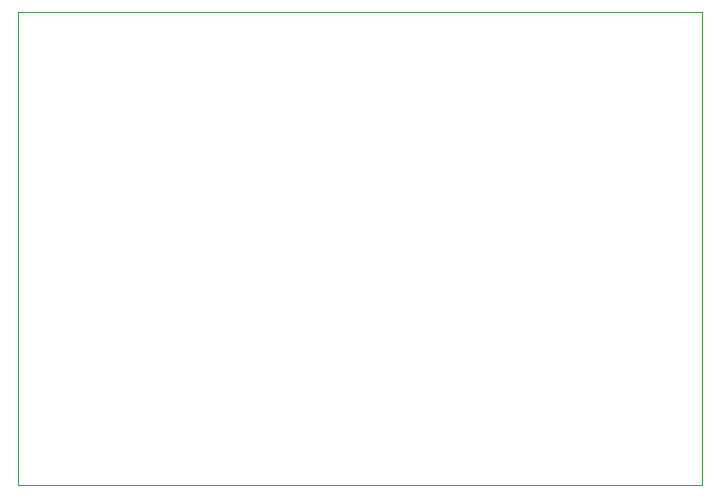
<source format=gm1>
G04 #@! TF.GenerationSoftware,KiCad,Pcbnew,5.1.12-84ad8e8a86~92~ubuntu20.04.1*
G04 #@! TF.CreationDate,2022-01-19T10:21:35+02:00*
G04 #@! TF.ProjectId,opm-inline,6f706d2d-696e-46c6-996e-652e6b696361,rev?*
G04 #@! TF.SameCoordinates,Original*
G04 #@! TF.FileFunction,Profile,NP*
%FSLAX46Y46*%
G04 Gerber Fmt 4.6, Leading zero omitted, Abs format (unit mm)*
G04 Created by KiCad (PCBNEW 5.1.12-84ad8e8a86~92~ubuntu20.04.1) date 2022-01-19 10:21:35*
%MOMM*%
%LPD*%
G01*
G04 APERTURE LIST*
G04 #@! TA.AperFunction,Profile*
%ADD10C,0.100000*%
G04 #@! TD*
G04 APERTURE END LIST*
D10*
X130010000Y-66640000D02*
X187960000Y-66640000D01*
X130010000Y-106630000D02*
X130010000Y-66640000D01*
X187960000Y-66640000D02*
X187960000Y-106630000D01*
X187960000Y-106630000D02*
X130010000Y-106630000D01*
M02*

</source>
